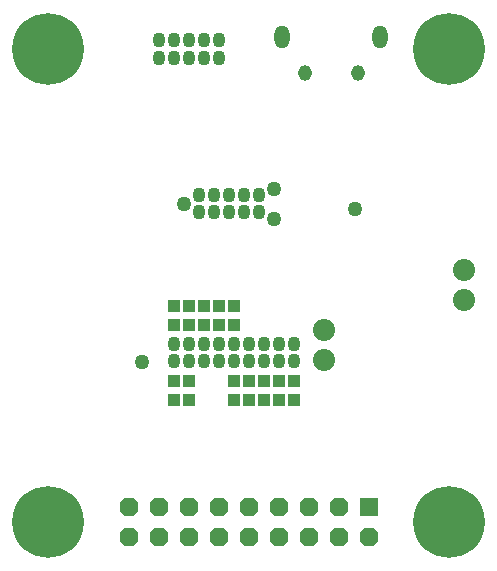
<source format=gbs>
%FSLAX25Y25*%
%MOIN*%
G70*
G01*
G75*
G04 Layer_Color=16711935*
%ADD10R,0.03150X0.03150*%
%ADD11R,0.03937X0.03937*%
%ADD12R,0.03740X0.03937*%
%ADD13O,0.01575X0.05906*%
%ADD14R,0.07087X0.07480*%
%ADD15R,0.06299X0.07480*%
%ADD16R,0.07284X0.05315*%
%ADD17R,0.05315X0.07284*%
%ADD18R,0.03937X0.03740*%
%ADD19R,0.08661X0.12992*%
%ADD20R,0.08661X0.03740*%
%ADD21C,0.01969*%
%ADD22C,0.00787*%
%ADD23C,0.01181*%
%ADD24C,0.03937*%
%ADD25O,0.04724X0.07480*%
%ADD26O,0.04134X0.04921*%
%ADD27C,0.07087*%
%ADD28O,0.03937X0.04724*%
%ADD29P,0.06494X8X202.5*%
%ADD30R,0.06000X0.06000*%
%ADD31C,0.23622*%
%ADD32C,0.04724*%
%ADD33C,0.02362*%
%ADD34R,0.03937X0.03937*%
%ADD35C,0.02362*%
%ADD36C,0.00984*%
%ADD37C,0.01000*%
%ADD38C,0.00591*%
%ADD39C,0.00492*%
%ADD40R,0.02559X0.02559*%
%ADD41R,0.03347X0.03347*%
%ADD42R,0.03150X0.03347*%
%ADD43O,0.00984X0.05315*%
%ADD44R,0.06496X0.06890*%
%ADD45R,0.05709X0.06890*%
%ADD46R,0.06693X0.04724*%
%ADD47R,0.04724X0.06693*%
%ADD48R,0.03347X0.03150*%
%ADD49R,0.08071X0.12402*%
%ADD50R,0.08071X0.03150*%
%ADD51R,0.03450X0.03450*%
%ADD52R,0.04237X0.04237*%
%ADD53R,0.04040X0.04237*%
%ADD54O,0.01875X0.06206*%
%ADD55R,0.07387X0.07780*%
%ADD56R,0.06599X0.07780*%
%ADD57R,0.07584X0.05615*%
%ADD58R,0.05615X0.07584*%
%ADD59R,0.04237X0.04040*%
%ADD60R,0.08961X0.13292*%
%ADD61R,0.08961X0.04040*%
%ADD62O,0.05024X0.07780*%
%ADD63O,0.04434X0.05221*%
%ADD64C,0.07387*%
%ADD65O,0.04237X0.05024*%
%ADD66P,0.06819X8X202.5*%
%ADD67R,0.06300X0.06300*%
%ADD68C,0.23922*%
%ADD69C,0.05024*%
%ADD70C,0.00300*%
%ADD71R,0.04237X0.04237*%
D62*
X11122Y82677D02*
D03*
X43996D02*
D03*
D63*
X18701Y70866D02*
D03*
X36417D02*
D03*
D64*
X71850Y-5000D02*
D03*
Y5000D02*
D03*
X25000Y-15000D02*
D03*
Y-25000D02*
D03*
D65*
X-9685Y81634D02*
D03*
Y75846D02*
D03*
X-14685Y81634D02*
D03*
Y75846D02*
D03*
X-19685Y81634D02*
D03*
Y75846D02*
D03*
X-24685Y81634D02*
D03*
Y75846D02*
D03*
X-29685Y81634D02*
D03*
Y75846D02*
D03*
X-25000Y-25394D02*
D03*
Y-19606D02*
D03*
X-20000Y-25394D02*
D03*
Y-19606D02*
D03*
X-15000Y-25394D02*
D03*
Y-19606D02*
D03*
X-10000Y-25394D02*
D03*
Y-19606D02*
D03*
X15000Y-25394D02*
D03*
Y-19606D02*
D03*
X10000D02*
D03*
Y-25394D02*
D03*
X5000Y-19606D02*
D03*
Y-25394D02*
D03*
X0Y-19606D02*
D03*
Y-25394D02*
D03*
X-5000Y-19606D02*
D03*
Y-25394D02*
D03*
X3484Y30098D02*
D03*
Y24311D02*
D03*
X-1516Y30098D02*
D03*
Y24311D02*
D03*
X-6516Y30098D02*
D03*
Y24311D02*
D03*
X-11516Y30098D02*
D03*
Y24311D02*
D03*
X-16516Y30098D02*
D03*
Y24311D02*
D03*
D66*
X-40000Y-73740D02*
D03*
Y-83740D02*
D03*
X20000D02*
D03*
Y-73740D02*
D03*
X30000Y-83740D02*
D03*
Y-73740D02*
D03*
X40000Y-83740D02*
D03*
X10000Y-73740D02*
D03*
Y-83740D02*
D03*
X0Y-73740D02*
D03*
Y-83740D02*
D03*
X-30000D02*
D03*
Y-73740D02*
D03*
X-20000Y-83740D02*
D03*
Y-73740D02*
D03*
X-10000D02*
D03*
Y-83740D02*
D03*
D67*
X40000Y-73740D02*
D03*
D68*
X-66929Y-78740D02*
D03*
X66929D02*
D03*
Y78740D02*
D03*
X-66929D02*
D03*
D69*
X-35433Y-25591D02*
D03*
X35433Y25591D02*
D03*
X-21516Y27205D02*
D03*
X8484Y22205D02*
D03*
Y32205D02*
D03*
D70*
X0Y47047D02*
D03*
D71*
X-5000Y-6850D02*
D03*
Y-13150D02*
D03*
X-10000Y-6850D02*
D03*
Y-13150D02*
D03*
X-15000Y-6850D02*
D03*
Y-13150D02*
D03*
X-20000Y-6850D02*
D03*
Y-13150D02*
D03*
X-25000Y-6850D02*
D03*
Y-13150D02*
D03*
X15000Y-31850D02*
D03*
Y-38150D02*
D03*
X10000Y-31850D02*
D03*
Y-38150D02*
D03*
X5000Y-31850D02*
D03*
Y-38150D02*
D03*
X0Y-31850D02*
D03*
Y-38150D02*
D03*
X-5000Y-31850D02*
D03*
Y-38150D02*
D03*
X-20000Y-31850D02*
D03*
Y-38150D02*
D03*
X-25000Y-31850D02*
D03*
Y-38150D02*
D03*
M02*

</source>
